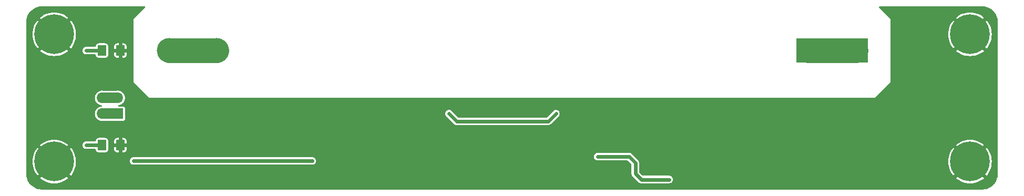
<source format=gbr>
G04 #@! TF.GenerationSoftware,KiCad,Pcbnew,7.0.10-7.0.10~ubuntu22.04.1*
G04 #@! TF.CreationDate,2024-01-07T20:53:06+01:00*
G04 #@! TF.ProjectId,Geiger Tube Driver,47656967-6572-4205-9475-626520447269,1.1*
G04 #@! TF.SameCoordinates,Original*
G04 #@! TF.FileFunction,Copper,L2,Bot*
G04 #@! TF.FilePolarity,Positive*
%FSLAX46Y46*%
G04 Gerber Fmt 4.6, Leading zero omitted, Abs format (unit mm)*
G04 Created by KiCad (PCBNEW 7.0.10-7.0.10~ubuntu22.04.1) date 2024-01-07 20:53:06*
%MOMM*%
%LPD*%
G01*
G04 APERTURE LIST*
G04 Aperture macros list*
%AMRoundRect*
0 Rectangle with rounded corners*
0 $1 Rounding radius*
0 $2 $3 $4 $5 $6 $7 $8 $9 X,Y pos of 4 corners*
0 Add a 4 corners polygon primitive as box body*
4,1,4,$2,$3,$4,$5,$6,$7,$8,$9,$2,$3,0*
0 Add four circle primitives for the rounded corners*
1,1,$1+$1,$2,$3*
1,1,$1+$1,$4,$5*
1,1,$1+$1,$6,$7*
1,1,$1+$1,$8,$9*
0 Add four rect primitives between the rounded corners*
20,1,$1+$1,$2,$3,$4,$5,0*
20,1,$1+$1,$4,$5,$6,$7,0*
20,1,$1+$1,$6,$7,$8,$9,0*
20,1,$1+$1,$8,$9,$2,$3,0*%
G04 Aperture macros list end*
G04 #@! TA.AperFunction,ComponentPad*
%ADD10C,1.000000*%
G04 #@! TD*
G04 #@! TA.AperFunction,ComponentPad*
%ADD11C,6.400000*%
G04 #@! TD*
G04 #@! TA.AperFunction,ComponentPad*
%ADD12R,1.700000X1.700000*%
G04 #@! TD*
G04 #@! TA.AperFunction,ComponentPad*
%ADD13O,1.700000X1.700000*%
G04 #@! TD*
G04 #@! TA.AperFunction,ComponentPad*
%ADD14R,4.000000X4.000000*%
G04 #@! TD*
G04 #@! TA.AperFunction,ComponentPad*
%ADD15C,4.000000*%
G04 #@! TD*
G04 #@! TA.AperFunction,SMDPad,CuDef*
%ADD16RoundRect,0.250001X0.462499X0.624999X-0.462499X0.624999X-0.462499X-0.624999X0.462499X-0.624999X0*%
G04 #@! TD*
G04 #@! TA.AperFunction,ViaPad*
%ADD17C,0.500000*%
G04 #@! TD*
G04 #@! TA.AperFunction,Conductor*
%ADD18C,2.500000*%
G04 #@! TD*
G04 #@! TA.AperFunction,Conductor*
%ADD19C,0.600000*%
G04 #@! TD*
G04 #@! TA.AperFunction,Conductor*
%ADD20C,1.700000*%
G04 #@! TD*
G04 #@! TA.AperFunction,Conductor*
%ADD21C,4.000000*%
G04 #@! TD*
G04 APERTURE END LIST*
D10*
X72600000Y-114500000D03*
X73302944Y-112802944D03*
X73302944Y-116197056D03*
X75000000Y-112100000D03*
D11*
X75000000Y-114500000D03*
D10*
X75000000Y-116900000D03*
X76697056Y-112802944D03*
X76697056Y-116197056D03*
X77400000Y-114500000D03*
X72600000Y-94000000D03*
X73302944Y-92302944D03*
X73302944Y-95697056D03*
X75000000Y-91600000D03*
D11*
X75000000Y-94000000D03*
D10*
X75000000Y-96400000D03*
X76697056Y-92302944D03*
X76697056Y-95697056D03*
X77400000Y-94000000D03*
D12*
X85250000Y-106790000D03*
D13*
X82710000Y-106790000D03*
X85250000Y-104250000D03*
X82710000Y-104250000D03*
X85250000Y-101710000D03*
X82710000Y-101710000D03*
D10*
X220100000Y-114500000D03*
X220802944Y-112802944D03*
X220802944Y-116197056D03*
X222500000Y-112100000D03*
D11*
X222500000Y-114500000D03*
D10*
X222500000Y-116900000D03*
X224197056Y-112802944D03*
X224197056Y-116197056D03*
X224900000Y-114500000D03*
X220100000Y-94000000D03*
X220802944Y-92302944D03*
X220802944Y-95697056D03*
X222500000Y-91600000D03*
D11*
X222500000Y-94000000D03*
D10*
X222500000Y-96400000D03*
X224197056Y-92302944D03*
X224197056Y-95697056D03*
X224900000Y-94000000D03*
D14*
X204150000Y-96630000D03*
X196530000Y-96630000D03*
D15*
X101150000Y-96630000D03*
X93530000Y-96630000D03*
D16*
X85685000Y-96630000D03*
X82710000Y-96630000D03*
X85685000Y-111870000D03*
X82710000Y-111870000D03*
D17*
X87790000Y-116950000D03*
X118270000Y-109330000D03*
X120810000Y-114410000D03*
X80170000Y-91550000D03*
X109030000Y-106790000D03*
X80170000Y-116950000D03*
X130970000Y-109330000D03*
X138590000Y-114410000D03*
X118270000Y-106790000D03*
X130970000Y-114410000D03*
X120810000Y-106790000D03*
X136050000Y-114410000D03*
X72550000Y-104250000D03*
X133510000Y-111870000D03*
X162210000Y-106790000D03*
X113570000Y-108550000D03*
X75090000Y-101710000D03*
X92870000Y-106790000D03*
X72550000Y-106790000D03*
X128430000Y-114410000D03*
X95410000Y-106790000D03*
X85250000Y-116950000D03*
X125890000Y-114410000D03*
X125890000Y-106790000D03*
X152870000Y-109330000D03*
X82710000Y-116950000D03*
X120810000Y-109330000D03*
X152852500Y-106790000D03*
X95410000Y-109330000D03*
X92870000Y-116950000D03*
X125890000Y-109330000D03*
X90330000Y-116950000D03*
X152852500Y-111870000D03*
X118270000Y-114410000D03*
X75090000Y-106790000D03*
X85250000Y-91550000D03*
X118270000Y-111870000D03*
X133510000Y-114410000D03*
X72550000Y-101710000D03*
X197010000Y-116950000D03*
X128430000Y-109330000D03*
X125890000Y-111870000D03*
X82710000Y-91550000D03*
X155800000Y-109330000D03*
X141130000Y-114410000D03*
X75090000Y-104250000D03*
X120810000Y-111870000D03*
X172546901Y-117390636D03*
X171046901Y-117390636D03*
X164010000Y-113721141D03*
X162510000Y-113721141D03*
X165510000Y-113721141D03*
X167010000Y-113721141D03*
X174046901Y-117390636D03*
X169546901Y-117390636D03*
X80170000Y-111870000D03*
X80170000Y-96630000D03*
X155810000Y-106790000D03*
X138590000Y-106790000D03*
X87790000Y-114410000D03*
X105470000Y-114410000D03*
X116570000Y-114410000D03*
D18*
X82710000Y-101710000D02*
X85250000Y-101710000D01*
D19*
X169546901Y-117390636D02*
X171046901Y-117390636D01*
X169546901Y-117390636D02*
X168593098Y-116436833D01*
X164010000Y-113721141D02*
X165510000Y-113721141D01*
X172546901Y-117390636D02*
X174046901Y-117390636D01*
X171046901Y-117390636D02*
X172546901Y-117390636D01*
X167612799Y-113721141D02*
X167010000Y-113721141D01*
X162510000Y-113721141D02*
X164010000Y-113721141D01*
X168593098Y-114701440D02*
X167612799Y-113721141D01*
X168593098Y-116436833D02*
X168593098Y-114701440D01*
D20*
X82710000Y-106790000D02*
X85250000Y-106790000D01*
D19*
X165510000Y-113721141D02*
X167010000Y-113721141D01*
D21*
X101150000Y-96630000D02*
X93530000Y-96630000D01*
D20*
X82710000Y-104250000D02*
X85250000Y-104250000D01*
D19*
X80170000Y-111870000D02*
X82710000Y-111870000D01*
X80170000Y-96630000D02*
X82710000Y-96630000D01*
D21*
X196530000Y-96630000D02*
X204150000Y-96630000D01*
D19*
X155810000Y-106790000D02*
X154547311Y-108052689D01*
X154547311Y-108052689D02*
X139852689Y-108052689D01*
X139852689Y-108052689D02*
X138590000Y-106790000D01*
X105470000Y-114410000D02*
X87790000Y-114410000D01*
X116570000Y-114410000D02*
X105470000Y-114410000D01*
G04 #@! TA.AperFunction,Conductor*
G36*
X89607177Y-89520185D02*
G01*
X89652932Y-89572989D01*
X89662876Y-89642147D01*
X89633851Y-89705703D01*
X89627819Y-89712181D01*
X87790000Y-91549999D01*
X87790000Y-91550000D01*
X87790000Y-101710000D01*
X90330000Y-104250000D01*
X207170000Y-104250000D01*
X209710000Y-101710000D01*
X209710000Y-94000000D01*
X218995197Y-94000000D01*
X219014397Y-94366353D01*
X219071784Y-94728684D01*
X219071784Y-94728686D01*
X219166736Y-95083051D01*
X219298204Y-95425535D01*
X219464754Y-95752406D01*
X219664549Y-96060064D01*
X219821658Y-96254076D01*
X220378678Y-95697056D01*
X220548046Y-95697056D01*
X220567449Y-95794601D01*
X220622704Y-95877296D01*
X220705399Y-95932551D01*
X220778320Y-95947056D01*
X220827568Y-95947056D01*
X220900489Y-95932551D01*
X220983184Y-95877296D01*
X221038439Y-95794601D01*
X221057842Y-95697056D01*
X221038439Y-95599511D01*
X220983184Y-95516816D01*
X220900489Y-95461561D01*
X220827568Y-95447056D01*
X220778320Y-95447056D01*
X220705399Y-95461561D01*
X220622704Y-95516816D01*
X220567449Y-95599511D01*
X220548046Y-95697056D01*
X220378678Y-95697056D01*
X221175276Y-94900458D01*
X221201570Y-94943365D01*
X221365130Y-95134870D01*
X221556635Y-95298430D01*
X221599540Y-95324722D01*
X220245922Y-96678341D01*
X220439924Y-96835442D01*
X220439937Y-96835451D01*
X220747593Y-97035245D01*
X221074464Y-97201795D01*
X221416948Y-97333263D01*
X221771314Y-97428215D01*
X222133646Y-97485602D01*
X222499999Y-97504803D01*
X222500001Y-97504803D01*
X222866353Y-97485602D01*
X223228684Y-97428215D01*
X223228686Y-97428215D01*
X223583051Y-97333263D01*
X223925535Y-97201795D01*
X224252406Y-97035245D01*
X224560065Y-96835450D01*
X224754077Y-96678341D01*
X223772792Y-95697056D01*
X223942158Y-95697056D01*
X223961561Y-95794601D01*
X224016816Y-95877296D01*
X224099511Y-95932551D01*
X224172432Y-95947056D01*
X224221680Y-95947056D01*
X224294601Y-95932551D01*
X224377296Y-95877296D01*
X224432551Y-95794601D01*
X224451954Y-95697056D01*
X224432551Y-95599511D01*
X224377296Y-95516816D01*
X224294601Y-95461561D01*
X224221680Y-95447056D01*
X224172432Y-95447056D01*
X224099511Y-95461561D01*
X224016816Y-95516816D01*
X223961561Y-95599511D01*
X223942158Y-95697056D01*
X223772792Y-95697056D01*
X223400458Y-95324722D01*
X223443365Y-95298430D01*
X223634870Y-95134870D01*
X223798430Y-94943365D01*
X223824722Y-94900458D01*
X225178341Y-96254077D01*
X225335450Y-96060065D01*
X225535245Y-95752406D01*
X225701795Y-95425535D01*
X225833263Y-95083051D01*
X225928215Y-94728686D01*
X225928215Y-94728684D01*
X225985602Y-94366353D01*
X226004803Y-94000000D01*
X226004803Y-93999999D01*
X225985602Y-93633646D01*
X225928215Y-93271315D01*
X225928215Y-93271313D01*
X225833263Y-92916948D01*
X225701795Y-92574464D01*
X225535245Y-92247594D01*
X225335450Y-91939935D01*
X225178340Y-91745922D01*
X223824722Y-93099540D01*
X223798430Y-93056635D01*
X223634870Y-92865130D01*
X223443365Y-92701570D01*
X223400458Y-92675277D01*
X223772791Y-92302944D01*
X223942158Y-92302944D01*
X223961561Y-92400489D01*
X224016816Y-92483184D01*
X224099511Y-92538439D01*
X224172432Y-92552944D01*
X224221680Y-92552944D01*
X224294601Y-92538439D01*
X224377296Y-92483184D01*
X224432551Y-92400489D01*
X224451954Y-92302944D01*
X224432551Y-92205399D01*
X224377296Y-92122704D01*
X224294601Y-92067449D01*
X224221680Y-92052944D01*
X224172432Y-92052944D01*
X224099511Y-92067449D01*
X224016816Y-92122704D01*
X223961561Y-92205399D01*
X223942158Y-92302944D01*
X223772791Y-92302944D01*
X224754077Y-91321658D01*
X224560064Y-91164549D01*
X224252406Y-90964754D01*
X223925535Y-90798204D01*
X223583051Y-90666736D01*
X223228685Y-90571784D01*
X222866353Y-90514397D01*
X222500001Y-90495197D01*
X222499999Y-90495197D01*
X222133646Y-90514397D01*
X221771315Y-90571784D01*
X221771313Y-90571784D01*
X221416948Y-90666736D01*
X221074464Y-90798204D01*
X220747594Y-90964754D01*
X220439929Y-91164553D01*
X220245922Y-91321658D01*
X221599541Y-92675277D01*
X221556635Y-92701570D01*
X221365130Y-92865130D01*
X221201570Y-93056635D01*
X221175277Y-93099541D01*
X220378680Y-92302944D01*
X220548046Y-92302944D01*
X220567449Y-92400489D01*
X220622704Y-92483184D01*
X220705399Y-92538439D01*
X220778320Y-92552944D01*
X220827568Y-92552944D01*
X220900489Y-92538439D01*
X220983184Y-92483184D01*
X221038439Y-92400489D01*
X221057842Y-92302944D01*
X221038439Y-92205399D01*
X220983184Y-92122704D01*
X220900489Y-92067449D01*
X220827568Y-92052944D01*
X220778320Y-92052944D01*
X220705399Y-92067449D01*
X220622704Y-92122704D01*
X220567449Y-92205399D01*
X220548046Y-92302944D01*
X220378680Y-92302944D01*
X219821658Y-91745922D01*
X219664553Y-91939929D01*
X219464754Y-92247594D01*
X219298204Y-92574464D01*
X219166736Y-92916948D01*
X219071784Y-93271313D01*
X219071784Y-93271315D01*
X219014397Y-93633646D01*
X218995197Y-93999999D01*
X218995197Y-94000000D01*
X209710000Y-94000000D01*
X209710000Y-91550000D01*
X207872181Y-89712181D01*
X207838696Y-89650858D01*
X207843680Y-89581166D01*
X207885552Y-89525233D01*
X207951016Y-89500816D01*
X207959862Y-89500500D01*
X224434108Y-89500500D01*
X224496249Y-89500500D01*
X224503736Y-89500726D01*
X224793796Y-89518271D01*
X224808657Y-89520075D01*
X225090798Y-89571780D01*
X225105335Y-89575363D01*
X225379172Y-89660695D01*
X225393163Y-89666000D01*
X225654743Y-89783727D01*
X225667989Y-89790680D01*
X225913465Y-89939075D01*
X225925776Y-89947573D01*
X226151573Y-90124473D01*
X226162781Y-90134403D01*
X226365596Y-90337218D01*
X226375526Y-90348426D01*
X226495481Y-90501538D01*
X226552422Y-90574217D01*
X226560928Y-90586540D01*
X226709316Y-90832004D01*
X226716275Y-90845263D01*
X226833997Y-91106831D01*
X226839306Y-91120832D01*
X226924635Y-91394663D01*
X226928219Y-91409201D01*
X226979923Y-91691340D01*
X226981728Y-91706205D01*
X226999274Y-91996263D01*
X226999500Y-92003750D01*
X226999500Y-116496249D01*
X226999274Y-116503736D01*
X226981728Y-116793794D01*
X226979923Y-116808659D01*
X226928219Y-117090798D01*
X226924635Y-117105336D01*
X226839306Y-117379167D01*
X226833997Y-117393168D01*
X226716275Y-117654736D01*
X226709316Y-117667995D01*
X226560928Y-117913459D01*
X226552422Y-117925782D01*
X226375526Y-118151573D01*
X226365596Y-118162781D01*
X226162781Y-118365596D01*
X226151573Y-118375526D01*
X225925782Y-118552422D01*
X225913459Y-118560928D01*
X225667995Y-118709316D01*
X225654736Y-118716275D01*
X225393168Y-118833997D01*
X225379167Y-118839306D01*
X225105336Y-118924635D01*
X225090798Y-118928219D01*
X224808659Y-118979923D01*
X224793794Y-118981728D01*
X224503736Y-118999274D01*
X224496249Y-118999500D01*
X73003751Y-118999500D01*
X72996264Y-118999274D01*
X72706205Y-118981728D01*
X72691340Y-118979923D01*
X72409201Y-118928219D01*
X72394663Y-118924635D01*
X72120832Y-118839306D01*
X72106831Y-118833997D01*
X71845263Y-118716275D01*
X71832004Y-118709316D01*
X71586540Y-118560928D01*
X71574217Y-118552422D01*
X71348426Y-118375526D01*
X71337218Y-118365596D01*
X71134403Y-118162781D01*
X71124473Y-118151573D01*
X71009486Y-118004803D01*
X70947573Y-117925776D01*
X70939075Y-117913465D01*
X70790680Y-117667989D01*
X70783727Y-117654743D01*
X70666000Y-117393163D01*
X70660693Y-117379167D01*
X70647070Y-117335450D01*
X70575363Y-117105335D01*
X70571780Y-117090798D01*
X70536815Y-116900000D01*
X70520075Y-116808657D01*
X70518271Y-116793794D01*
X70500726Y-116503736D01*
X70500500Y-116496249D01*
X70500500Y-114500000D01*
X71495197Y-114500000D01*
X71514397Y-114866353D01*
X71571784Y-115228684D01*
X71571784Y-115228686D01*
X71666736Y-115583051D01*
X71798204Y-115925535D01*
X71964754Y-116252406D01*
X72164549Y-116560064D01*
X72321658Y-116754076D01*
X72878678Y-116197056D01*
X73048046Y-116197056D01*
X73067449Y-116294601D01*
X73122704Y-116377296D01*
X73205399Y-116432551D01*
X73278320Y-116447056D01*
X73327568Y-116447056D01*
X73400489Y-116432551D01*
X73483184Y-116377296D01*
X73538439Y-116294601D01*
X73557842Y-116197056D01*
X73538439Y-116099511D01*
X73483184Y-116016816D01*
X73400489Y-115961561D01*
X73327568Y-115947056D01*
X73278320Y-115947056D01*
X73205399Y-115961561D01*
X73122704Y-116016816D01*
X73067449Y-116099511D01*
X73048046Y-116197056D01*
X72878678Y-116197056D01*
X73675276Y-115400458D01*
X73701570Y-115443365D01*
X73865130Y-115634870D01*
X74056635Y-115798430D01*
X74099540Y-115824722D01*
X72745922Y-117178341D01*
X72939924Y-117335442D01*
X72939937Y-117335451D01*
X73247593Y-117535245D01*
X73574464Y-117701795D01*
X73916948Y-117833263D01*
X74271314Y-117928215D01*
X74633646Y-117985602D01*
X74999999Y-118004803D01*
X75000001Y-118004803D01*
X75366353Y-117985602D01*
X75728684Y-117928215D01*
X75728686Y-117928215D01*
X76083051Y-117833263D01*
X76425535Y-117701795D01*
X76752406Y-117535245D01*
X77060065Y-117335450D01*
X77254077Y-117178341D01*
X76272792Y-116197056D01*
X76442158Y-116197056D01*
X76461561Y-116294601D01*
X76516816Y-116377296D01*
X76599511Y-116432551D01*
X76672432Y-116447056D01*
X76721680Y-116447056D01*
X76794601Y-116432551D01*
X76877296Y-116377296D01*
X76932551Y-116294601D01*
X76951954Y-116197056D01*
X76932551Y-116099511D01*
X76877296Y-116016816D01*
X76794601Y-115961561D01*
X76721680Y-115947056D01*
X76672432Y-115947056D01*
X76599511Y-115961561D01*
X76516816Y-116016816D01*
X76461561Y-116099511D01*
X76442158Y-116197056D01*
X76272792Y-116197056D01*
X75900458Y-115824722D01*
X75943365Y-115798430D01*
X76134870Y-115634870D01*
X76298430Y-115443365D01*
X76324722Y-115400458D01*
X77678341Y-116754077D01*
X77835450Y-116560065D01*
X78035245Y-116252406D01*
X78201795Y-115925535D01*
X78333263Y-115583051D01*
X78428215Y-115228686D01*
X78428215Y-115228684D01*
X78485602Y-114866353D01*
X78504803Y-114500000D01*
X78504803Y-114499999D01*
X78500086Y-114410001D01*
X87184318Y-114410001D01*
X87204955Y-114566760D01*
X87204956Y-114566762D01*
X87260741Y-114701440D01*
X87265464Y-114712841D01*
X87361718Y-114838282D01*
X87487159Y-114934536D01*
X87633238Y-114995044D01*
X87750639Y-115010500D01*
X87750646Y-115010500D01*
X116609354Y-115010500D01*
X116609361Y-115010500D01*
X116726762Y-114995044D01*
X116872841Y-114934536D01*
X116998282Y-114838282D01*
X117094536Y-114712841D01*
X117155044Y-114566762D01*
X117175682Y-114410000D01*
X117155044Y-114253238D01*
X117094536Y-114107159D01*
X116998282Y-113981718D01*
X116872841Y-113885464D01*
X116854587Y-113877903D01*
X116726762Y-113824956D01*
X116726760Y-113824955D01*
X116609370Y-113809501D01*
X116609367Y-113809500D01*
X116609361Y-113809500D01*
X105509361Y-113809500D01*
X87750639Y-113809500D01*
X87750633Y-113809500D01*
X87750629Y-113809501D01*
X87633239Y-113824955D01*
X87633237Y-113824956D01*
X87487160Y-113885463D01*
X87361718Y-113981718D01*
X87265463Y-114107160D01*
X87204956Y-114253237D01*
X87204955Y-114253239D01*
X87184318Y-114409998D01*
X87184318Y-114410001D01*
X78500086Y-114410001D01*
X78485602Y-114133646D01*
X78428215Y-113771315D01*
X78428215Y-113771313D01*
X78414772Y-113721142D01*
X161904318Y-113721142D01*
X161924955Y-113877901D01*
X161924956Y-113877903D01*
X161985464Y-114023982D01*
X162081718Y-114149423D01*
X162207159Y-114245677D01*
X162353238Y-114306185D01*
X162470639Y-114321641D01*
X163970639Y-114321641D01*
X165470639Y-114321641D01*
X166970639Y-114321641D01*
X167312702Y-114321641D01*
X167379741Y-114341326D01*
X167400383Y-114357960D01*
X167956279Y-114913856D01*
X167989764Y-114975179D01*
X167992598Y-115001537D01*
X167992598Y-116389345D01*
X167991537Y-116405530D01*
X167987416Y-116436831D01*
X167987416Y-116436833D01*
X167992598Y-116476193D01*
X167992598Y-116476194D01*
X168008053Y-116593593D01*
X168008054Y-116593595D01*
X168068562Y-116739674D01*
X168119142Y-116805591D01*
X168164817Y-116865116D01*
X168189867Y-116884337D01*
X168202062Y-116895032D01*
X169088700Y-117781670D01*
X169099394Y-117793864D01*
X169118616Y-117818915D01*
X169118617Y-117818916D01*
X169118619Y-117818918D01*
X169244060Y-117915172D01*
X169390139Y-117975680D01*
X169468520Y-117985999D01*
X169546900Y-117996318D01*
X169546901Y-117996318D01*
X169578203Y-117992196D01*
X169594388Y-117991136D01*
X174086255Y-117991136D01*
X174086262Y-117991136D01*
X174203663Y-117975680D01*
X174349742Y-117915172D01*
X174475183Y-117818918D01*
X174571437Y-117693477D01*
X174631945Y-117547398D01*
X174652583Y-117390636D01*
X174631945Y-117233874D01*
X174571437Y-117087795D01*
X174475183Y-116962354D01*
X174349742Y-116866100D01*
X174347366Y-116865116D01*
X174203663Y-116805592D01*
X174203661Y-116805591D01*
X174086271Y-116790137D01*
X174086268Y-116790136D01*
X174086262Y-116790136D01*
X174086255Y-116790136D01*
X169846998Y-116790136D01*
X169779959Y-116770451D01*
X169759317Y-116753817D01*
X169229917Y-116224417D01*
X169196432Y-116163094D01*
X169193598Y-116136736D01*
X169193598Y-114748927D01*
X169194659Y-114732741D01*
X169198780Y-114701439D01*
X169198780Y-114701438D01*
X169178142Y-114544679D01*
X169178140Y-114544674D01*
X169159636Y-114500000D01*
X218995197Y-114500000D01*
X219014397Y-114866353D01*
X219071784Y-115228684D01*
X219071784Y-115228686D01*
X219166736Y-115583051D01*
X219298204Y-115925535D01*
X219464754Y-116252406D01*
X219664549Y-116560064D01*
X219821658Y-116754076D01*
X220378678Y-116197056D01*
X220548046Y-116197056D01*
X220567449Y-116294601D01*
X220622704Y-116377296D01*
X220705399Y-116432551D01*
X220778320Y-116447056D01*
X220827568Y-116447056D01*
X220900489Y-116432551D01*
X220983184Y-116377296D01*
X221038439Y-116294601D01*
X221057842Y-116197056D01*
X221038439Y-116099511D01*
X220983184Y-116016816D01*
X220900489Y-115961561D01*
X220827568Y-115947056D01*
X220778320Y-115947056D01*
X220705399Y-115961561D01*
X220622704Y-116016816D01*
X220567449Y-116099511D01*
X220548046Y-116197056D01*
X220378678Y-116197056D01*
X221175276Y-115400458D01*
X221201570Y-115443365D01*
X221365130Y-115634870D01*
X221556635Y-115798430D01*
X221599540Y-115824722D01*
X220245922Y-117178341D01*
X220439924Y-117335442D01*
X220439937Y-117335451D01*
X220747593Y-117535245D01*
X221074464Y-117701795D01*
X221416948Y-117833263D01*
X221771314Y-117928215D01*
X222133646Y-117985602D01*
X222499999Y-118004803D01*
X222500001Y-118004803D01*
X222866353Y-117985602D01*
X223228684Y-117928215D01*
X223228686Y-117928215D01*
X223583051Y-117833263D01*
X223925535Y-117701795D01*
X224252406Y-117535245D01*
X224560065Y-117335450D01*
X224754077Y-117178341D01*
X223772792Y-116197056D01*
X223942158Y-116197056D01*
X223961561Y-116294601D01*
X224016816Y-116377296D01*
X224099511Y-116432551D01*
X224172432Y-116447056D01*
X224221680Y-116447056D01*
X224294601Y-116432551D01*
X224377296Y-116377296D01*
X224432551Y-116294601D01*
X224451954Y-116197056D01*
X224432551Y-116099511D01*
X224377296Y-116016816D01*
X224294601Y-115961561D01*
X224221680Y-115947056D01*
X224172432Y-115947056D01*
X224099511Y-115961561D01*
X224016816Y-116016816D01*
X223961561Y-116099511D01*
X223942158Y-116197056D01*
X223772792Y-116197056D01*
X223400458Y-115824722D01*
X223443365Y-115798430D01*
X223634870Y-115634870D01*
X223798430Y-115443365D01*
X223824722Y-115400458D01*
X225178341Y-116754077D01*
X225335450Y-116560065D01*
X225535245Y-116252406D01*
X225701795Y-115925535D01*
X225833263Y-115583051D01*
X225928215Y-115228686D01*
X225928215Y-115228684D01*
X225985602Y-114866353D01*
X226004803Y-114500000D01*
X226004803Y-114499999D01*
X225985602Y-114133646D01*
X225928215Y-113771315D01*
X225928215Y-113771313D01*
X225833263Y-113416948D01*
X225701795Y-113074464D01*
X225535245Y-112747594D01*
X225335450Y-112439935D01*
X225178340Y-112245922D01*
X223824722Y-113599540D01*
X223798430Y-113556635D01*
X223634870Y-113365130D01*
X223443365Y-113201570D01*
X223400458Y-113175277D01*
X223772791Y-112802944D01*
X223942158Y-112802944D01*
X223961561Y-112900489D01*
X224016816Y-112983184D01*
X224099511Y-113038439D01*
X224172432Y-113052944D01*
X224221680Y-113052944D01*
X224294601Y-113038439D01*
X224377296Y-112983184D01*
X224432551Y-112900489D01*
X224451954Y-112802944D01*
X224432551Y-112705399D01*
X224377296Y-112622704D01*
X224294601Y-112567449D01*
X224221680Y-112552944D01*
X224172432Y-112552944D01*
X224099511Y-112567449D01*
X224016816Y-112622704D01*
X223961561Y-112705399D01*
X223942158Y-112802944D01*
X223772791Y-112802944D01*
X224754077Y-111821658D01*
X224560064Y-111664549D01*
X224252406Y-111464754D01*
X223925535Y-111298204D01*
X223583051Y-111166736D01*
X223228685Y-111071784D01*
X222866353Y-111014397D01*
X222500001Y-110995197D01*
X222499999Y-110995197D01*
X222133646Y-111014397D01*
X221771315Y-111071784D01*
X221771313Y-111071784D01*
X221416948Y-111166736D01*
X221074464Y-111298204D01*
X220747594Y-111464754D01*
X220439929Y-111664553D01*
X220245922Y-111821658D01*
X221599541Y-113175277D01*
X221556635Y-113201570D01*
X221365130Y-113365130D01*
X221201570Y-113556635D01*
X221175277Y-113599541D01*
X220378680Y-112802944D01*
X220548046Y-112802944D01*
X220567449Y-112900489D01*
X220622704Y-112983184D01*
X220705399Y-113038439D01*
X220778320Y-113052944D01*
X220827568Y-113052944D01*
X220900489Y-113038439D01*
X220983184Y-112983184D01*
X221038439Y-112900489D01*
X221057842Y-112802944D01*
X221038439Y-112705399D01*
X220983184Y-112622704D01*
X220900489Y-112567449D01*
X220827568Y-112552944D01*
X220778320Y-112552944D01*
X220705399Y-112567449D01*
X220622704Y-112622704D01*
X220567449Y-112705399D01*
X220548046Y-112802944D01*
X220378680Y-112802944D01*
X219821658Y-112245922D01*
X219664553Y-112439929D01*
X219464754Y-112747594D01*
X219298204Y-113074464D01*
X219166736Y-113416948D01*
X219071784Y-113771313D01*
X219071784Y-113771315D01*
X219014397Y-114133646D01*
X218995197Y-114499999D01*
X218995197Y-114500000D01*
X169159636Y-114500000D01*
X169117636Y-114398603D01*
X169117633Y-114398598D01*
X169045549Y-114304656D01*
X169045548Y-114304655D01*
X169031859Y-114286815D01*
X169021379Y-114273156D01*
X168996327Y-114253934D01*
X168984132Y-114243239D01*
X168070998Y-113330105D01*
X168060303Y-113317910D01*
X168041082Y-113292860D01*
X168041081Y-113292859D01*
X167915640Y-113196605D01*
X167769561Y-113136097D01*
X167769559Y-113136096D01*
X167652160Y-113120641D01*
X167612799Y-113115459D01*
X167581496Y-113119580D01*
X167565312Y-113120641D01*
X167049361Y-113120641D01*
X165549361Y-113120641D01*
X164049361Y-113120641D01*
X162470639Y-113120641D01*
X162470633Y-113120641D01*
X162470629Y-113120642D01*
X162353239Y-113136096D01*
X162353237Y-113136097D01*
X162207160Y-113196604D01*
X162081718Y-113292859D01*
X161985463Y-113418301D01*
X161924956Y-113564378D01*
X161924955Y-113564380D01*
X161904318Y-113721139D01*
X161904318Y-113721142D01*
X78414772Y-113721142D01*
X78333263Y-113416948D01*
X78201795Y-113074464D01*
X78035245Y-112747594D01*
X77835450Y-112439935D01*
X77678340Y-112245922D01*
X76324722Y-113599540D01*
X76298430Y-113556635D01*
X76134870Y-113365130D01*
X75943365Y-113201570D01*
X75900458Y-113175277D01*
X76272791Y-112802944D01*
X76442158Y-112802944D01*
X76461561Y-112900489D01*
X76516816Y-112983184D01*
X76599511Y-113038439D01*
X76672432Y-113052944D01*
X76721680Y-113052944D01*
X76794601Y-113038439D01*
X76877296Y-112983184D01*
X76932551Y-112900489D01*
X76951954Y-112802944D01*
X76932551Y-112705399D01*
X76877296Y-112622704D01*
X76794601Y-112567449D01*
X76721680Y-112552944D01*
X76672432Y-112552944D01*
X76599511Y-112567449D01*
X76516816Y-112622704D01*
X76461561Y-112705399D01*
X76442158Y-112802944D01*
X76272791Y-112802944D01*
X77205734Y-111870001D01*
X79564318Y-111870001D01*
X79584955Y-112026760D01*
X79584956Y-112026762D01*
X79645464Y-112172841D01*
X79741718Y-112298282D01*
X79867159Y-112394536D01*
X80013238Y-112455044D01*
X80130639Y-112470500D01*
X81578883Y-112470500D01*
X81645922Y-112490185D01*
X81691677Y-112542989D01*
X81701999Y-112579717D01*
X81707623Y-112626562D01*
X81763139Y-112767342D01*
X81763140Y-112767344D01*
X81854577Y-112887922D01*
X81975155Y-112979359D01*
X81975158Y-112979361D01*
X82115936Y-113034876D01*
X82204401Y-113045500D01*
X83215598Y-113045499D01*
X83304064Y-113034876D01*
X83444842Y-112979361D01*
X83565422Y-112887922D01*
X83656861Y-112767342D01*
X83712376Y-112626564D01*
X83723000Y-112538099D01*
X83723000Y-112170000D01*
X84672501Y-112170000D01*
X84672501Y-112538052D01*
X84683113Y-112626443D01*
X84683115Y-112626447D01*
X84738578Y-112767091D01*
X84738579Y-112767093D01*
X84829935Y-112887564D01*
X84950406Y-112978920D01*
X84950408Y-112978921D01*
X85091054Y-113034385D01*
X85179447Y-113044999D01*
X85384999Y-113044999D01*
X85385000Y-113044998D01*
X85385000Y-112170000D01*
X85985000Y-112170000D01*
X85985000Y-113044999D01*
X86190553Y-113044999D01*
X86278943Y-113034386D01*
X86278947Y-113034384D01*
X86419591Y-112978921D01*
X86419593Y-112978920D01*
X86540064Y-112887564D01*
X86631420Y-112767093D01*
X86631421Y-112767091D01*
X86686885Y-112626445D01*
X86697500Y-112538052D01*
X86697500Y-112170000D01*
X85985000Y-112170000D01*
X85385000Y-112170000D01*
X84672501Y-112170000D01*
X83723000Y-112170000D01*
X83722999Y-111570000D01*
X84672500Y-111570000D01*
X85385000Y-111570000D01*
X85385000Y-110695000D01*
X85985000Y-110695000D01*
X85985000Y-111570000D01*
X86697499Y-111570000D01*
X86697499Y-111201947D01*
X86686886Y-111113556D01*
X86686884Y-111113552D01*
X86631421Y-110972908D01*
X86631420Y-110972906D01*
X86540064Y-110852435D01*
X86419593Y-110761079D01*
X86419591Y-110761078D01*
X86278945Y-110705614D01*
X86190553Y-110695000D01*
X85985000Y-110695000D01*
X85385000Y-110695000D01*
X85179447Y-110695000D01*
X85091056Y-110705613D01*
X85091052Y-110705615D01*
X84950408Y-110761078D01*
X84950406Y-110761079D01*
X84829935Y-110852435D01*
X84738579Y-110972906D01*
X84738578Y-110972908D01*
X84683114Y-111113554D01*
X84672500Y-111201947D01*
X84672500Y-111570000D01*
X83722999Y-111570000D01*
X83722999Y-111201902D01*
X83712376Y-111113436D01*
X83656861Y-110972658D01*
X83565693Y-110852435D01*
X83565422Y-110852077D01*
X83444844Y-110760640D01*
X83444842Y-110760639D01*
X83304064Y-110705124D01*
X83304061Y-110705123D01*
X83215599Y-110694500D01*
X82204408Y-110694500D01*
X82115937Y-110705123D01*
X81975157Y-110760639D01*
X81975155Y-110760640D01*
X81854577Y-110852077D01*
X81763140Y-110972655D01*
X81707624Y-111113437D01*
X81707623Y-111113438D01*
X81701998Y-111160285D01*
X81674461Y-111224499D01*
X81616578Y-111263632D01*
X81578883Y-111269500D01*
X80130639Y-111269500D01*
X80130633Y-111269500D01*
X80130629Y-111269501D01*
X80013239Y-111284955D01*
X80013237Y-111284956D01*
X79867160Y-111345463D01*
X79741718Y-111441718D01*
X79645463Y-111567160D01*
X79584956Y-111713237D01*
X79584955Y-111713239D01*
X79564318Y-111869998D01*
X79564318Y-111870001D01*
X77205734Y-111870001D01*
X77254077Y-111821658D01*
X77060064Y-111664549D01*
X76752406Y-111464754D01*
X76425535Y-111298204D01*
X76083051Y-111166736D01*
X75728685Y-111071784D01*
X75366353Y-111014397D01*
X75000001Y-110995197D01*
X74999999Y-110995197D01*
X74633646Y-111014397D01*
X74271315Y-111071784D01*
X74271313Y-111071784D01*
X73916948Y-111166736D01*
X73574464Y-111298204D01*
X73247594Y-111464754D01*
X72939929Y-111664553D01*
X72745922Y-111821658D01*
X74099541Y-113175277D01*
X74056635Y-113201570D01*
X73865130Y-113365130D01*
X73701570Y-113556635D01*
X73675277Y-113599541D01*
X72878680Y-112802944D01*
X73048046Y-112802944D01*
X73067449Y-112900489D01*
X73122704Y-112983184D01*
X73205399Y-113038439D01*
X73278320Y-113052944D01*
X73327568Y-113052944D01*
X73400489Y-113038439D01*
X73483184Y-112983184D01*
X73538439Y-112900489D01*
X73557842Y-112802944D01*
X73538439Y-112705399D01*
X73483184Y-112622704D01*
X73400489Y-112567449D01*
X73327568Y-112552944D01*
X73278320Y-112552944D01*
X73205399Y-112567449D01*
X73122704Y-112622704D01*
X73067449Y-112705399D01*
X73048046Y-112802944D01*
X72878680Y-112802944D01*
X72321658Y-112245922D01*
X72164553Y-112439929D01*
X71964754Y-112747594D01*
X71798204Y-113074464D01*
X71666736Y-113416948D01*
X71571784Y-113771313D01*
X71571784Y-113771315D01*
X71514397Y-114133646D01*
X71495197Y-114499999D01*
X71495197Y-114500000D01*
X70500500Y-114500000D01*
X70500500Y-106790000D01*
X81554571Y-106790000D01*
X81558971Y-106837484D01*
X81559500Y-106848925D01*
X81559500Y-106896612D01*
X81568260Y-106943479D01*
X81569842Y-106954817D01*
X81574243Y-107002307D01*
X81587294Y-107048175D01*
X81589915Y-107059321D01*
X81598679Y-107106198D01*
X81615906Y-107150666D01*
X81619544Y-107161522D01*
X81626734Y-107186790D01*
X81632595Y-107207389D01*
X81632597Y-107207393D01*
X81653852Y-107250081D01*
X81658477Y-107260556D01*
X81675702Y-107305019D01*
X81700809Y-107345569D01*
X81706381Y-107355574D01*
X81727632Y-107398253D01*
X81756370Y-107436308D01*
X81762841Y-107445755D01*
X81787947Y-107486301D01*
X81787948Y-107486302D01*
X81820073Y-107521541D01*
X81827384Y-107530345D01*
X81839922Y-107546948D01*
X81856125Y-107568404D01*
X81891369Y-107600534D01*
X81899464Y-107608629D01*
X81931594Y-107643873D01*
X81969647Y-107672610D01*
X81978457Y-107679926D01*
X82004980Y-107704104D01*
X82013698Y-107712052D01*
X82044770Y-107731291D01*
X82054242Y-107737156D01*
X82063691Y-107743629D01*
X82101745Y-107772366D01*
X82144441Y-107793625D01*
X82154439Y-107799195D01*
X82194979Y-107824297D01*
X82194981Y-107824298D01*
X82239453Y-107841526D01*
X82249926Y-107846150D01*
X82292611Y-107867405D01*
X82292615Y-107867406D01*
X82292622Y-107867409D01*
X82338481Y-107880457D01*
X82349339Y-107884095D01*
X82393802Y-107901321D01*
X82393813Y-107901323D01*
X82440666Y-107910081D01*
X82451820Y-107912704D01*
X82497690Y-107925756D01*
X82545179Y-107930156D01*
X82556499Y-107931734D01*
X82603390Y-107940500D01*
X82603393Y-107940500D01*
X85309308Y-107940500D01*
X85309328Y-107940499D01*
X86144856Y-107940499D01*
X86144864Y-107940499D01*
X86144879Y-107940497D01*
X86144882Y-107940497D01*
X86169987Y-107937586D01*
X86169988Y-107937585D01*
X86169991Y-107937585D01*
X86272765Y-107892206D01*
X86352206Y-107812765D01*
X86397585Y-107709991D01*
X86400500Y-107684865D01*
X86400500Y-106896610D01*
X86400500Y-106790001D01*
X137984318Y-106790001D01*
X138004955Y-106946760D01*
X138004957Y-106946765D01*
X138065461Y-107092836D01*
X138065464Y-107092841D01*
X138137548Y-107186783D01*
X138137554Y-107186790D01*
X139394489Y-108443724D01*
X139405177Y-108455910D01*
X139424407Y-108480971D01*
X139549848Y-108577225D01*
X139695927Y-108637733D01*
X139774308Y-108648052D01*
X139852688Y-108658371D01*
X139852689Y-108658371D01*
X139883991Y-108654249D01*
X139900176Y-108653189D01*
X154499824Y-108653189D01*
X154516008Y-108654249D01*
X154547311Y-108658371D01*
X154547312Y-108658371D01*
X154599565Y-108651491D01*
X154704073Y-108637733D01*
X154850152Y-108577225D01*
X154975593Y-108480971D01*
X154994821Y-108455911D01*
X155005500Y-108443733D01*
X156262450Y-107186785D01*
X156334536Y-107092841D01*
X156395044Y-106946762D01*
X156415682Y-106790000D01*
X156409430Y-106742514D01*
X156395044Y-106633239D01*
X156395044Y-106633238D01*
X156334536Y-106487159D01*
X156238282Y-106361718D01*
X156112841Y-106265464D01*
X156026168Y-106229563D01*
X155966762Y-106204956D01*
X155966760Y-106204955D01*
X155810001Y-106184318D01*
X155809999Y-106184318D01*
X155653239Y-106204955D01*
X155653234Y-106204957D01*
X155507163Y-106265461D01*
X155507158Y-106265464D01*
X155413216Y-106337548D01*
X155413209Y-106337554D01*
X154334895Y-107415870D01*
X154273572Y-107449355D01*
X154247214Y-107452189D01*
X140152786Y-107452189D01*
X140085747Y-107432504D01*
X140065105Y-107415870D01*
X138986790Y-106337554D01*
X138986783Y-106337548D01*
X138892841Y-106265464D01*
X138892836Y-106265461D01*
X138746765Y-106204957D01*
X138746760Y-106204955D01*
X138590001Y-106184318D01*
X138589999Y-106184318D01*
X138433239Y-106204955D01*
X138433237Y-106204956D01*
X138287160Y-106265463D01*
X138161718Y-106361718D01*
X138065463Y-106487160D01*
X138004956Y-106633237D01*
X138004955Y-106633239D01*
X137984318Y-106789998D01*
X137984318Y-106790001D01*
X86400500Y-106790001D01*
X86400500Y-106683390D01*
X86400500Y-106673401D01*
X86400499Y-106673387D01*
X86400499Y-105895143D01*
X86400499Y-105895136D01*
X86400497Y-105895117D01*
X86397586Y-105870012D01*
X86397585Y-105870010D01*
X86397585Y-105870009D01*
X86352206Y-105767235D01*
X86272765Y-105687794D01*
X86252124Y-105678680D01*
X86169992Y-105642415D01*
X86144868Y-105639500D01*
X86144865Y-105639500D01*
X85416247Y-105639500D01*
X85349208Y-105619815D01*
X85303453Y-105567011D01*
X85293509Y-105497853D01*
X85322534Y-105434297D01*
X85381312Y-105396523D01*
X85393455Y-105393613D01*
X85403477Y-105391739D01*
X85414822Y-105390156D01*
X85462310Y-105385756D01*
X85508179Y-105372703D01*
X85519331Y-105370081D01*
X85566198Y-105361321D01*
X85610673Y-105344090D01*
X85621521Y-105340455D01*
X85667389Y-105327405D01*
X85710079Y-105306147D01*
X85720533Y-105301530D01*
X85765019Y-105284298D01*
X85805563Y-105259193D01*
X85815556Y-105253626D01*
X85858255Y-105232366D01*
X85896325Y-105203615D01*
X85905743Y-105197164D01*
X85946302Y-105172052D01*
X85981559Y-105139909D01*
X85990351Y-105132610D01*
X86028407Y-105103872D01*
X86060547Y-105068615D01*
X86068615Y-105060547D01*
X86103872Y-105028407D01*
X86132613Y-104990346D01*
X86139909Y-104981559D01*
X86172052Y-104946302D01*
X86197164Y-104905743D01*
X86203615Y-104896325D01*
X86232366Y-104858255D01*
X86253626Y-104815556D01*
X86259195Y-104805560D01*
X86284298Y-104765019D01*
X86301530Y-104720533D01*
X86306151Y-104710071D01*
X86327405Y-104667389D01*
X86340455Y-104621520D01*
X86344093Y-104610666D01*
X86361321Y-104566198D01*
X86370081Y-104519331D01*
X86372704Y-104508179D01*
X86372705Y-104508175D01*
X86385756Y-104462310D01*
X86390157Y-104414817D01*
X86391735Y-104403496D01*
X86400500Y-104356610D01*
X86400500Y-104308925D01*
X86401029Y-104297484D01*
X86405429Y-104250000D01*
X86405429Y-104249999D01*
X86401029Y-104202514D01*
X86400500Y-104191073D01*
X86400500Y-104143393D01*
X86400500Y-104143390D01*
X86391734Y-104096499D01*
X86390155Y-104085170D01*
X86385756Y-104037692D01*
X86385755Y-104037688D01*
X86372704Y-103991820D01*
X86370081Y-103980666D01*
X86361323Y-103933813D01*
X86361321Y-103933802D01*
X86344093Y-103889331D01*
X86340457Y-103878481D01*
X86327409Y-103832622D01*
X86327406Y-103832615D01*
X86327405Y-103832611D01*
X86306150Y-103789925D01*
X86301526Y-103779453D01*
X86284298Y-103734981D01*
X86284297Y-103734979D01*
X86259195Y-103694439D01*
X86253625Y-103684441D01*
X86232366Y-103641745D01*
X86203629Y-103603691D01*
X86197156Y-103594242D01*
X86191291Y-103584770D01*
X86172052Y-103553698D01*
X86164104Y-103544980D01*
X86139926Y-103518457D01*
X86132610Y-103509647D01*
X86103873Y-103471594D01*
X86068629Y-103439464D01*
X86060534Y-103431369D01*
X86028404Y-103396125D01*
X86006948Y-103379922D01*
X85990343Y-103367383D01*
X85981541Y-103360073D01*
X85946302Y-103327948D01*
X85946301Y-103327947D01*
X85905755Y-103302841D01*
X85896308Y-103296370D01*
X85858253Y-103267632D01*
X85815574Y-103246381D01*
X85805569Y-103240809D01*
X85765019Y-103215702D01*
X85720549Y-103198474D01*
X85710081Y-103193852D01*
X85667393Y-103172597D01*
X85667389Y-103172595D01*
X85621524Y-103159545D01*
X85610670Y-103155907D01*
X85566198Y-103138679D01*
X85566193Y-103138678D01*
X85519321Y-103129915D01*
X85508175Y-103127294D01*
X85508171Y-103127293D01*
X85499121Y-103124718D01*
X85462307Y-103114243D01*
X85414817Y-103109842D01*
X85403479Y-103108260D01*
X85368029Y-103101634D01*
X85305747Y-103069968D01*
X85270473Y-103009656D01*
X85273405Y-102939848D01*
X85313613Y-102882707D01*
X85368026Y-102857856D01*
X85566058Y-102820837D01*
X85566063Y-102820836D01*
X85764789Y-102743850D01*
X85764798Y-102743846D01*
X85945997Y-102631653D01*
X85945999Y-102631651D01*
X86103499Y-102488071D01*
X86231938Y-102317991D01*
X86326932Y-102127218D01*
X86326937Y-102127205D01*
X86360286Y-102010000D01*
X85651554Y-102010000D01*
X85709493Y-101919844D01*
X85750000Y-101781889D01*
X85750000Y-101638111D01*
X85709493Y-101500156D01*
X85651554Y-101410000D01*
X86360286Y-101410000D01*
X86360286Y-101409999D01*
X86326937Y-101292794D01*
X86326932Y-101292781D01*
X86231938Y-101102008D01*
X86103499Y-100931928D01*
X85945999Y-100788348D01*
X85945997Y-100788346D01*
X85764798Y-100676153D01*
X85764792Y-100676151D01*
X85566060Y-100599162D01*
X85550000Y-100596159D01*
X85550000Y-101308356D01*
X85523100Y-101285048D01*
X85392315Y-101225320D01*
X85285763Y-101210000D01*
X85214237Y-101210000D01*
X85107685Y-101225320D01*
X84976900Y-101285048D01*
X84950000Y-101308356D01*
X84950000Y-100596159D01*
X84933939Y-100599162D01*
X84735207Y-100676151D01*
X84735201Y-100676153D01*
X84554002Y-100788346D01*
X84554000Y-100788348D01*
X84396500Y-100931928D01*
X84268061Y-101102008D01*
X84173067Y-101292781D01*
X84173062Y-101292794D01*
X84139713Y-101409999D01*
X84139714Y-101410000D01*
X84848446Y-101410000D01*
X84790507Y-101500156D01*
X84750000Y-101638111D01*
X84750000Y-101781889D01*
X84790507Y-101919844D01*
X84848446Y-102010000D01*
X84139714Y-102010000D01*
X84173062Y-102127205D01*
X84173067Y-102127218D01*
X84268061Y-102317991D01*
X84396500Y-102488071D01*
X84554000Y-102631651D01*
X84554002Y-102631653D01*
X84735201Y-102743846D01*
X84735210Y-102743850D01*
X84933936Y-102820836D01*
X84933941Y-102820837D01*
X85109261Y-102853611D01*
X85171542Y-102885279D01*
X85206815Y-102945592D01*
X85203881Y-103015400D01*
X85163672Y-103072540D01*
X85098954Y-103098871D01*
X85086476Y-103099500D01*
X82873524Y-103099500D01*
X82806485Y-103079815D01*
X82760730Y-103027011D01*
X82750786Y-102957853D01*
X82779811Y-102894297D01*
X82838589Y-102856523D01*
X82850739Y-102853611D01*
X83026058Y-102820837D01*
X83026063Y-102820836D01*
X83224789Y-102743850D01*
X83224798Y-102743846D01*
X83405997Y-102631653D01*
X83405999Y-102631651D01*
X83563499Y-102488071D01*
X83691938Y-102317991D01*
X83786932Y-102127218D01*
X83786937Y-102127205D01*
X83820286Y-102010000D01*
X83111554Y-102010000D01*
X83169493Y-101919844D01*
X83210000Y-101781889D01*
X83210000Y-101638111D01*
X83169493Y-101500156D01*
X83111554Y-101410000D01*
X83820286Y-101410000D01*
X83820286Y-101409999D01*
X83786937Y-101292794D01*
X83786932Y-101292781D01*
X83691938Y-101102008D01*
X83563499Y-100931928D01*
X83405999Y-100788348D01*
X83405997Y-100788346D01*
X83224798Y-100676153D01*
X83224792Y-100676151D01*
X83026060Y-100599162D01*
X83010000Y-100596159D01*
X83010000Y-101308356D01*
X82983100Y-101285048D01*
X82852315Y-101225320D01*
X82745763Y-101210000D01*
X82674237Y-101210000D01*
X82567685Y-101225320D01*
X82436900Y-101285048D01*
X82410000Y-101308356D01*
X82410000Y-100596159D01*
X82393939Y-100599162D01*
X82195207Y-100676151D01*
X82195201Y-100676153D01*
X82014002Y-100788346D01*
X82014000Y-100788348D01*
X81856500Y-100931928D01*
X81728061Y-101102008D01*
X81633067Y-101292781D01*
X81633062Y-101292794D01*
X81599713Y-101409999D01*
X81599714Y-101410000D01*
X82308446Y-101410000D01*
X82250507Y-101500156D01*
X82210000Y-101638111D01*
X82210000Y-101781889D01*
X82250507Y-101919844D01*
X82308446Y-102010000D01*
X81599714Y-102010000D01*
X81633062Y-102127205D01*
X81633067Y-102127218D01*
X81728061Y-102317991D01*
X81856500Y-102488071D01*
X82014000Y-102631651D01*
X82014002Y-102631653D01*
X82195201Y-102743846D01*
X82195210Y-102743850D01*
X82393936Y-102820836D01*
X82393941Y-102820837D01*
X82591972Y-102857856D01*
X82654253Y-102889524D01*
X82689526Y-102949836D01*
X82686592Y-103019645D01*
X82646383Y-103076785D01*
X82591969Y-103101634D01*
X82556519Y-103108260D01*
X82545182Y-103109842D01*
X82497690Y-103114244D01*
X82451827Y-103127293D01*
X82440683Y-103129914D01*
X82393805Y-103138678D01*
X82393798Y-103138680D01*
X82349331Y-103155906D01*
X82338478Y-103159543D01*
X82292616Y-103172593D01*
X82292606Y-103172597D01*
X82249925Y-103193849D01*
X82239456Y-103198471D01*
X82239443Y-103198477D01*
X82194977Y-103215703D01*
X82194976Y-103215704D01*
X82154428Y-103240809D01*
X82144427Y-103246379D01*
X82101758Y-103267626D01*
X82101742Y-103267636D01*
X82063683Y-103296375D01*
X82054241Y-103302843D01*
X82013699Y-103327947D01*
X81978457Y-103360073D01*
X81969653Y-103367383D01*
X81931594Y-103396126D01*
X81899464Y-103431370D01*
X81891370Y-103439464D01*
X81856126Y-103471594D01*
X81827383Y-103509653D01*
X81820073Y-103518457D01*
X81787947Y-103553699D01*
X81762843Y-103594241D01*
X81756375Y-103603683D01*
X81727636Y-103641742D01*
X81727626Y-103641758D01*
X81706379Y-103684427D01*
X81700809Y-103694428D01*
X81675704Y-103734976D01*
X81675703Y-103734977D01*
X81658474Y-103779451D01*
X81653849Y-103789925D01*
X81632597Y-103832606D01*
X81632593Y-103832616D01*
X81619543Y-103878478D01*
X81615906Y-103889331D01*
X81598680Y-103933798D01*
X81598678Y-103933805D01*
X81589914Y-103980683D01*
X81587293Y-103991827D01*
X81574244Y-104037690D01*
X81569842Y-104085182D01*
X81568260Y-104096518D01*
X81559500Y-104143384D01*
X81559500Y-104191073D01*
X81558971Y-104202514D01*
X81554571Y-104249999D01*
X81554571Y-104250000D01*
X81558971Y-104297484D01*
X81559500Y-104308925D01*
X81559500Y-104356612D01*
X81568260Y-104403479D01*
X81569842Y-104414817D01*
X81574243Y-104462307D01*
X81587294Y-104508175D01*
X81589915Y-104519321D01*
X81598678Y-104566191D01*
X81598679Y-104566198D01*
X81615902Y-104610657D01*
X81615906Y-104610666D01*
X81619545Y-104621524D01*
X81632595Y-104667389D01*
X81632597Y-104667393D01*
X81653852Y-104710081D01*
X81658477Y-104720556D01*
X81675702Y-104765019D01*
X81700809Y-104805569D01*
X81706381Y-104815574D01*
X81727632Y-104858253D01*
X81756370Y-104896308D01*
X81762841Y-104905755D01*
X81787947Y-104946301D01*
X81787948Y-104946302D01*
X81820073Y-104981541D01*
X81827384Y-104990345D01*
X81839922Y-105006948D01*
X81856125Y-105028404D01*
X81856127Y-105028406D01*
X81856128Y-105028407D01*
X81891369Y-105060534D01*
X81899464Y-105068629D01*
X81931594Y-105103873D01*
X81969647Y-105132610D01*
X81978457Y-105139926D01*
X82004980Y-105164104D01*
X82013698Y-105172052D01*
X82044770Y-105191291D01*
X82054242Y-105197156D01*
X82063691Y-105203629D01*
X82075512Y-105212556D01*
X82101745Y-105232366D01*
X82144441Y-105253625D01*
X82154436Y-105259193D01*
X82194981Y-105284298D01*
X82239442Y-105301522D01*
X82239453Y-105301526D01*
X82249926Y-105306150D01*
X82292611Y-105327405D01*
X82292615Y-105327406D01*
X82292622Y-105327409D01*
X82338481Y-105340457D01*
X82349339Y-105344095D01*
X82393802Y-105361321D01*
X82393813Y-105361323D01*
X82440666Y-105370081D01*
X82451820Y-105372704D01*
X82497690Y-105385756D01*
X82545179Y-105390156D01*
X82556518Y-105391738D01*
X82590613Y-105398112D01*
X82652893Y-105429781D01*
X82688165Y-105490093D01*
X82685231Y-105559901D01*
X82645021Y-105617041D01*
X82590607Y-105641889D01*
X82569540Y-105645826D01*
X82556517Y-105648261D01*
X82545182Y-105649842D01*
X82497690Y-105654244D01*
X82451827Y-105667293D01*
X82440683Y-105669914D01*
X82393805Y-105678678D01*
X82393798Y-105678680D01*
X82349331Y-105695906D01*
X82338478Y-105699543D01*
X82292616Y-105712593D01*
X82292606Y-105712597D01*
X82249925Y-105733849D01*
X82239456Y-105738471D01*
X82224612Y-105744222D01*
X82194977Y-105755703D01*
X82194976Y-105755704D01*
X82154428Y-105780809D01*
X82144427Y-105786379D01*
X82101758Y-105807626D01*
X82101742Y-105807636D01*
X82063683Y-105836375D01*
X82054241Y-105842843D01*
X82013699Y-105867947D01*
X81978457Y-105900073D01*
X81969653Y-105907383D01*
X81931594Y-105936126D01*
X81899464Y-105971370D01*
X81891370Y-105979464D01*
X81856126Y-106011594D01*
X81827383Y-106049653D01*
X81820073Y-106058457D01*
X81787947Y-106093699D01*
X81762843Y-106134241D01*
X81756375Y-106143683D01*
X81727636Y-106181742D01*
X81727626Y-106181758D01*
X81706379Y-106224427D01*
X81700809Y-106234428D01*
X81675704Y-106274976D01*
X81675703Y-106274977D01*
X81658474Y-106319451D01*
X81653849Y-106329925D01*
X81632597Y-106372606D01*
X81632593Y-106372616D01*
X81619543Y-106418478D01*
X81615906Y-106429331D01*
X81598680Y-106473798D01*
X81598678Y-106473805D01*
X81589914Y-106520683D01*
X81587293Y-106531827D01*
X81574244Y-106577690D01*
X81569842Y-106625182D01*
X81568260Y-106636518D01*
X81559500Y-106683384D01*
X81559500Y-106731073D01*
X81558971Y-106742514D01*
X81554571Y-106789999D01*
X81554571Y-106790000D01*
X70500500Y-106790000D01*
X70500500Y-94000000D01*
X71495197Y-94000000D01*
X71514397Y-94366353D01*
X71571784Y-94728684D01*
X71571784Y-94728686D01*
X71666736Y-95083051D01*
X71798204Y-95425535D01*
X71964754Y-95752406D01*
X72164549Y-96060064D01*
X72321658Y-96254076D01*
X72878678Y-95697056D01*
X73048046Y-95697056D01*
X73067449Y-95794601D01*
X73122704Y-95877296D01*
X73205399Y-95932551D01*
X73278320Y-95947056D01*
X73327568Y-95947056D01*
X73400489Y-95932551D01*
X73483184Y-95877296D01*
X73538439Y-95794601D01*
X73557842Y-95697056D01*
X73538439Y-95599511D01*
X73483184Y-95516816D01*
X73400489Y-95461561D01*
X73327568Y-95447056D01*
X73278320Y-95447056D01*
X73205399Y-95461561D01*
X73122704Y-95516816D01*
X73067449Y-95599511D01*
X73048046Y-95697056D01*
X72878678Y-95697056D01*
X73675276Y-94900458D01*
X73701570Y-94943365D01*
X73865130Y-95134870D01*
X74056635Y-95298430D01*
X74099540Y-95324722D01*
X72745922Y-96678341D01*
X72939924Y-96835442D01*
X72939937Y-96835451D01*
X73247593Y-97035245D01*
X73574464Y-97201795D01*
X73916948Y-97333263D01*
X74271314Y-97428215D01*
X74633646Y-97485602D01*
X74999999Y-97504803D01*
X75000001Y-97504803D01*
X75366353Y-97485602D01*
X75728684Y-97428215D01*
X75728686Y-97428215D01*
X76083051Y-97333263D01*
X76425535Y-97201795D01*
X76752406Y-97035245D01*
X77060065Y-96835450D01*
X77254077Y-96678341D01*
X77205737Y-96630001D01*
X79564318Y-96630001D01*
X79584955Y-96786760D01*
X79584956Y-96786762D01*
X79645464Y-96932841D01*
X79741718Y-97058282D01*
X79867159Y-97154536D01*
X80013238Y-97215044D01*
X80130639Y-97230500D01*
X81578883Y-97230500D01*
X81645922Y-97250185D01*
X81691677Y-97302989D01*
X81701999Y-97339717D01*
X81707623Y-97386562D01*
X81763139Y-97527342D01*
X81763140Y-97527344D01*
X81854577Y-97647922D01*
X81975155Y-97739359D01*
X81975158Y-97739361D01*
X82115936Y-97794876D01*
X82204401Y-97805500D01*
X83215598Y-97805499D01*
X83304064Y-97794876D01*
X83444842Y-97739361D01*
X83565422Y-97647922D01*
X83656861Y-97527342D01*
X83712376Y-97386564D01*
X83723000Y-97298099D01*
X83723000Y-96930000D01*
X84672501Y-96930000D01*
X84672501Y-97298052D01*
X84683113Y-97386443D01*
X84683115Y-97386447D01*
X84738578Y-97527091D01*
X84738579Y-97527093D01*
X84829935Y-97647564D01*
X84950406Y-97738920D01*
X84950408Y-97738921D01*
X85091054Y-97794385D01*
X85179447Y-97804999D01*
X85384999Y-97804999D01*
X85385000Y-97804998D01*
X85385000Y-96930000D01*
X85985000Y-96930000D01*
X85985000Y-97804999D01*
X86190553Y-97804999D01*
X86278943Y-97794386D01*
X86278947Y-97794384D01*
X86419591Y-97738921D01*
X86419593Y-97738920D01*
X86540064Y-97647564D01*
X86631420Y-97527093D01*
X86631421Y-97527091D01*
X86686885Y-97386445D01*
X86697500Y-97298052D01*
X86697500Y-96930000D01*
X85985000Y-96930000D01*
X85385000Y-96930000D01*
X84672501Y-96930000D01*
X83723000Y-96930000D01*
X83722999Y-96330000D01*
X84672500Y-96330000D01*
X85385000Y-96330000D01*
X85385000Y-95455000D01*
X85985000Y-95455000D01*
X85985000Y-96330000D01*
X86697499Y-96330000D01*
X86697499Y-95961947D01*
X86686886Y-95873556D01*
X86686884Y-95873552D01*
X86631421Y-95732908D01*
X86631420Y-95732906D01*
X86540064Y-95612435D01*
X86419593Y-95521079D01*
X86419591Y-95521078D01*
X86278945Y-95465614D01*
X86190553Y-95455000D01*
X85985000Y-95455000D01*
X85385000Y-95455000D01*
X85179447Y-95455000D01*
X85091056Y-95465613D01*
X85091052Y-95465615D01*
X84950408Y-95521078D01*
X84950406Y-95521079D01*
X84829935Y-95612435D01*
X84738579Y-95732906D01*
X84738578Y-95732908D01*
X84683114Y-95873554D01*
X84672500Y-95961947D01*
X84672500Y-96330000D01*
X83722999Y-96330000D01*
X83722999Y-95961902D01*
X83712376Y-95873436D01*
X83656861Y-95732658D01*
X83565693Y-95612435D01*
X83565422Y-95612077D01*
X83444844Y-95520640D01*
X83444842Y-95520639D01*
X83304064Y-95465124D01*
X83304061Y-95465123D01*
X83215599Y-95454500D01*
X82204408Y-95454500D01*
X82115937Y-95465123D01*
X81975157Y-95520639D01*
X81975155Y-95520640D01*
X81854577Y-95612077D01*
X81763140Y-95732655D01*
X81707624Y-95873437D01*
X81707623Y-95873438D01*
X81701998Y-95920285D01*
X81674461Y-95984499D01*
X81616578Y-96023632D01*
X81578883Y-96029500D01*
X80130639Y-96029500D01*
X80130633Y-96029500D01*
X80130629Y-96029501D01*
X80013239Y-96044955D01*
X80013237Y-96044956D01*
X79867160Y-96105463D01*
X79741718Y-96201718D01*
X79645463Y-96327160D01*
X79584956Y-96473237D01*
X79584955Y-96473239D01*
X79564318Y-96629998D01*
X79564318Y-96630001D01*
X77205737Y-96630001D01*
X76272792Y-95697056D01*
X76442158Y-95697056D01*
X76461561Y-95794601D01*
X76516816Y-95877296D01*
X76599511Y-95932551D01*
X76672432Y-95947056D01*
X76721680Y-95947056D01*
X76794601Y-95932551D01*
X76877296Y-95877296D01*
X76932551Y-95794601D01*
X76951954Y-95697056D01*
X76932551Y-95599511D01*
X76877296Y-95516816D01*
X76794601Y-95461561D01*
X76721680Y-95447056D01*
X76672432Y-95447056D01*
X76599511Y-95461561D01*
X76516816Y-95516816D01*
X76461561Y-95599511D01*
X76442158Y-95697056D01*
X76272792Y-95697056D01*
X75900458Y-95324722D01*
X75943365Y-95298430D01*
X76134870Y-95134870D01*
X76298430Y-94943365D01*
X76324722Y-94900458D01*
X77678341Y-96254077D01*
X77835450Y-96060065D01*
X78035245Y-95752406D01*
X78201795Y-95425535D01*
X78333263Y-95083051D01*
X78428215Y-94728686D01*
X78428215Y-94728684D01*
X78485602Y-94366353D01*
X78504803Y-94000000D01*
X78504803Y-93999999D01*
X78485602Y-93633646D01*
X78428215Y-93271315D01*
X78428215Y-93271313D01*
X78333263Y-92916948D01*
X78201795Y-92574464D01*
X78035245Y-92247594D01*
X77835450Y-91939935D01*
X77678340Y-91745922D01*
X76324722Y-93099540D01*
X76298430Y-93056635D01*
X76134870Y-92865130D01*
X75943365Y-92701570D01*
X75900458Y-92675277D01*
X76272791Y-92302944D01*
X76442158Y-92302944D01*
X76461561Y-92400489D01*
X76516816Y-92483184D01*
X76599511Y-92538439D01*
X76672432Y-92552944D01*
X76721680Y-92552944D01*
X76794601Y-92538439D01*
X76877296Y-92483184D01*
X76932551Y-92400489D01*
X76951954Y-92302944D01*
X76932551Y-92205399D01*
X76877296Y-92122704D01*
X76794601Y-92067449D01*
X76721680Y-92052944D01*
X76672432Y-92052944D01*
X76599511Y-92067449D01*
X76516816Y-92122704D01*
X76461561Y-92205399D01*
X76442158Y-92302944D01*
X76272791Y-92302944D01*
X77254077Y-91321658D01*
X77060064Y-91164549D01*
X76752406Y-90964754D01*
X76425535Y-90798204D01*
X76083051Y-90666736D01*
X75728685Y-90571784D01*
X75366353Y-90514397D01*
X75000001Y-90495197D01*
X74999999Y-90495197D01*
X74633646Y-90514397D01*
X74271315Y-90571784D01*
X74271313Y-90571784D01*
X73916948Y-90666736D01*
X73574464Y-90798204D01*
X73247594Y-90964754D01*
X72939929Y-91164553D01*
X72745922Y-91321658D01*
X74099541Y-92675277D01*
X74056635Y-92701570D01*
X73865130Y-92865130D01*
X73701570Y-93056635D01*
X73675277Y-93099541D01*
X72878680Y-92302944D01*
X73048046Y-92302944D01*
X73067449Y-92400489D01*
X73122704Y-92483184D01*
X73205399Y-92538439D01*
X73278320Y-92552944D01*
X73327568Y-92552944D01*
X73400489Y-92538439D01*
X73483184Y-92483184D01*
X73538439Y-92400489D01*
X73557842Y-92302944D01*
X73538439Y-92205399D01*
X73483184Y-92122704D01*
X73400489Y-92067449D01*
X73327568Y-92052944D01*
X73278320Y-92052944D01*
X73205399Y-92067449D01*
X73122704Y-92122704D01*
X73067449Y-92205399D01*
X73048046Y-92302944D01*
X72878680Y-92302944D01*
X72321658Y-91745922D01*
X72164553Y-91939929D01*
X71964754Y-92247594D01*
X71798204Y-92574464D01*
X71666736Y-92916948D01*
X71571784Y-93271313D01*
X71571784Y-93271315D01*
X71514397Y-93633646D01*
X71495197Y-93999999D01*
X71495197Y-94000000D01*
X70500500Y-94000000D01*
X70500500Y-92003750D01*
X70500726Y-91996263D01*
X70518271Y-91706205D01*
X70520076Y-91691340D01*
X70571780Y-91409201D01*
X70575364Y-91394663D01*
X70589282Y-91350000D01*
X70660696Y-91120822D01*
X70665998Y-91106841D01*
X70783731Y-90845249D01*
X70790676Y-90832016D01*
X70939080Y-90586526D01*
X70947567Y-90574230D01*
X71124480Y-90348417D01*
X71134395Y-90337226D01*
X71337226Y-90134395D01*
X71348417Y-90124480D01*
X71574230Y-89947567D01*
X71586526Y-89939080D01*
X71832016Y-89790676D01*
X71845249Y-89783731D01*
X72106841Y-89665998D01*
X72120822Y-89660696D01*
X72394668Y-89575362D01*
X72409197Y-89571780D01*
X72691344Y-89520075D01*
X72706201Y-89518271D01*
X72996264Y-89500726D01*
X73003751Y-89500500D01*
X73065892Y-89500500D01*
X89540138Y-89500500D01*
X89607177Y-89520185D01*
G37*
G04 #@! TD.AperFunction*
M02*

</source>
